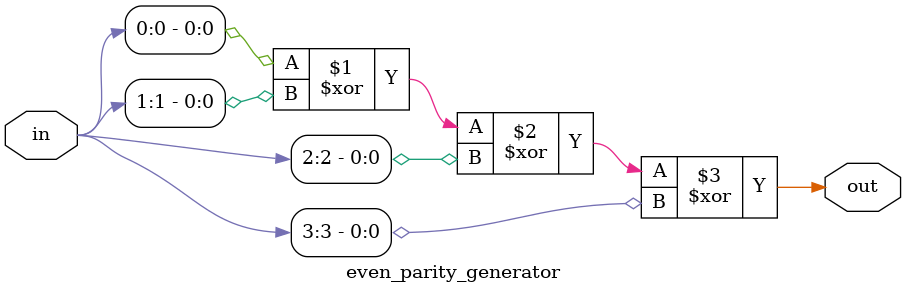
<source format=v>

module even_parity_generator(output  out,input [3:0]in);
  assign out = in[0]^in[1]^in[2]^in[3];
endmodule

</source>
